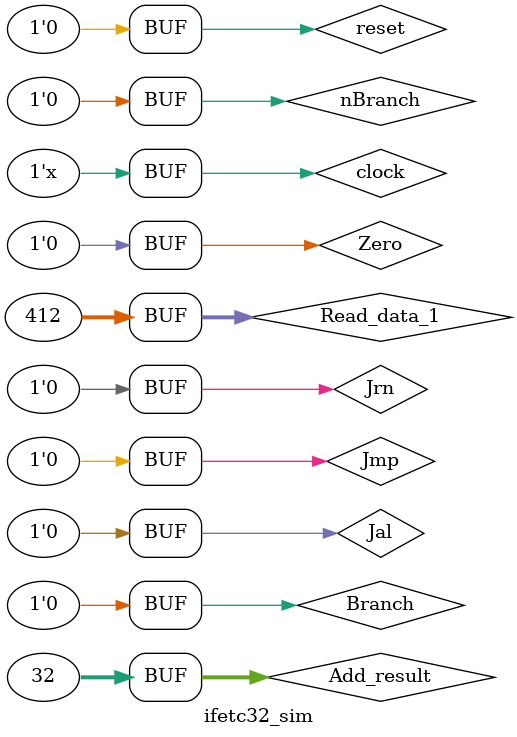
<source format=v>
`timescale 1ns / 1ps


module ifetc32_sim ();
    // input
    reg[31:0]  Add_result = 32'h00000000;
    reg[31:0]  Read_data_1 = 32'h00000000;
    reg        Branch = 1'b0;
    reg        nBranch = 1'b0;
    reg        Jmp = 1'b0;
    reg        Jal = 1'b0;
    reg        Jrn = 1'b0;
    reg        Zero = 1'b0;
    reg        clock = 1'b0,reset = 1'b1;

    // output
    wire [31:0] Instruction;            // Êä³öÖ¸Áî
    wire [31:0] PC_plus_4_out;
    wire [31:0] opcplus4;
	wire [13:0] rom_adr;
	wire [31:0] Jpadr;
	
	Ifetc32 Uif (
		.reset			(reset),			// ¸´Î»(¸ßµçÆ½ÓÐÐ§)
		.clock			(clock),			// CPUÊ±ÖÓ
		.Instruction	(Instruction),		// Êä³öÖ¸Áîµ½ÆäËûÄ£¿é
		.PC_plus_4_out	(PC_plus_4_out),	// (pc+4)ËÍÖ´ÐÐµ¥Ôª
		.Add_result		(Add_result),		// À´×ÔÖ´ÐÐµ¥Ôª,Ëã³öµÄÌø×ªµØÖ·
		.Read_data_1	(Read_data_1),		// À´×ÔÒëÂëµ¥Ôª£¬jrÖ¸ÁîÓÃµÄµØÖ·
		.Branch			(Branch),			// À´×Ô¿ØÖÆµ¥Ôª
		.nBranch		(nBranch),			// À´×Ô¿ØÖÆµ¥Ôª
		.Jmp			(Jmp),				// À´×Ô¿ØÖÆµ¥Ôª
		.Jal			(Jal),				// À´×Ô¿ØÖÆµ¥Ôª
		.Jrn			(Jrn),				// À´×Ô¿ØÖÆµ¥Ôª
		.Zero			(Zero),				// À´×ÔÖ´ÐÐµ¥Ôª
		.opcplus4		(opcplus4),			// JALÖ¸Áî×¨ÓÃµÄPC+4
		// ROM Pinouts
		.rom_adr_o		(rom_adr),			// ¸ø³ÌÐòROMµ¥ÔªµÄÈ¡Ö¸µØÖ·
		.Jpadr			(Jpadr)				// ´Ó³ÌÐòROMµ¥ÔªÖÐ»ñÈ¡µÄÖ¸Áî
	);

	// ·ÖÅä64KB ROM, ±àÒëÆ÷Êµ¼ÊÖ»ÓÃ 64KB ROM
    prgrom instmem (
        .clka	(clock),
		.wea	(0),
        .addra	(rom_adr),
		.dina	(0),
        .douta	(Jpadr)
    );
	
    initial begin
        #100   reset = 1'b0;
        #100   Jal = 1;
        #100   begin Jrn = 1;Jal = 0; Read_data_1 = 32'h0000019c;end;
        #100   begin Jrn = 0;Branch = 1'b1; Zero = 1'b1; Add_result = 32'h00000020;end;        
        #100   begin Branch = 1'b0; Zero = 1'b0; end;        
    end
    always #50 clock = ~clock;
endmodule

</source>
